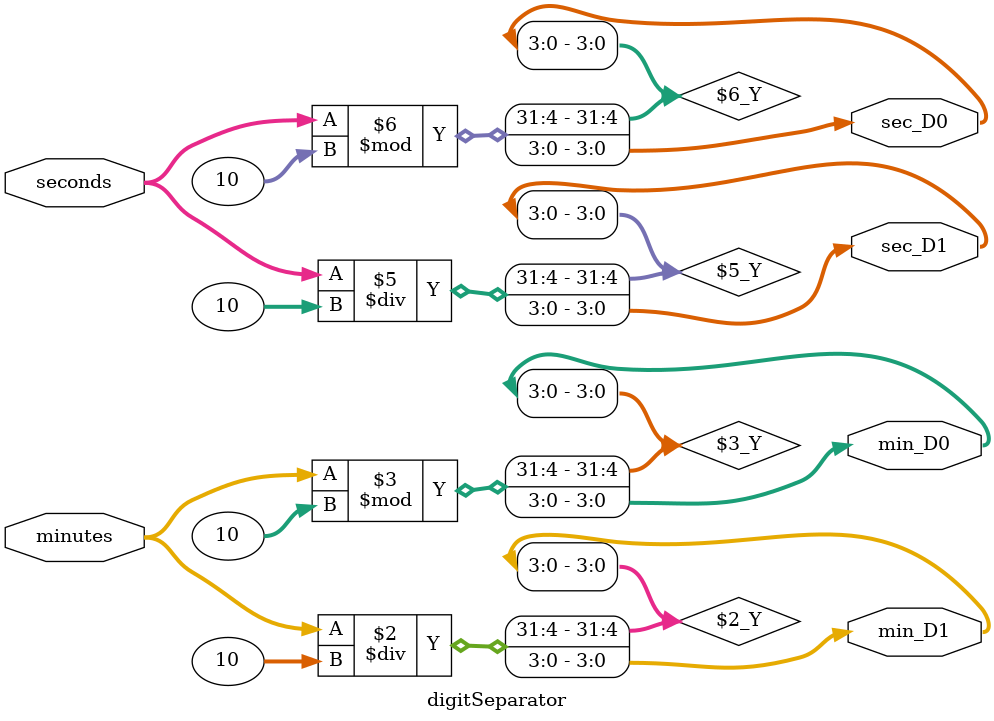
<source format=v>
`timescale 1ns / 1ps

// separates the digits the timer's minutes and seconds
module digitSeparator(minutes, seconds, min_D1, min_D0, sec_D1, sec_D0);
input [5:0] minutes, seconds;
output reg [3:0] min_D1 = 0, min_D0 = 0, sec_D1 = 0, sec_D0 = 0;
    
always@(minutes) // at every minute
    begin
        min_D1 = minutes / 10; // separate ten's place digit into one value
        min_D0 = minutes % 10; // separate one's place digit into another
    end
always@(seconds) // at every second
    begin
    sec_D1 = seconds / 10; // separate ten's place digit into one value
    sec_D0 = seconds % 10; // separate one's place digit into another
    end
endmodule
</source>
